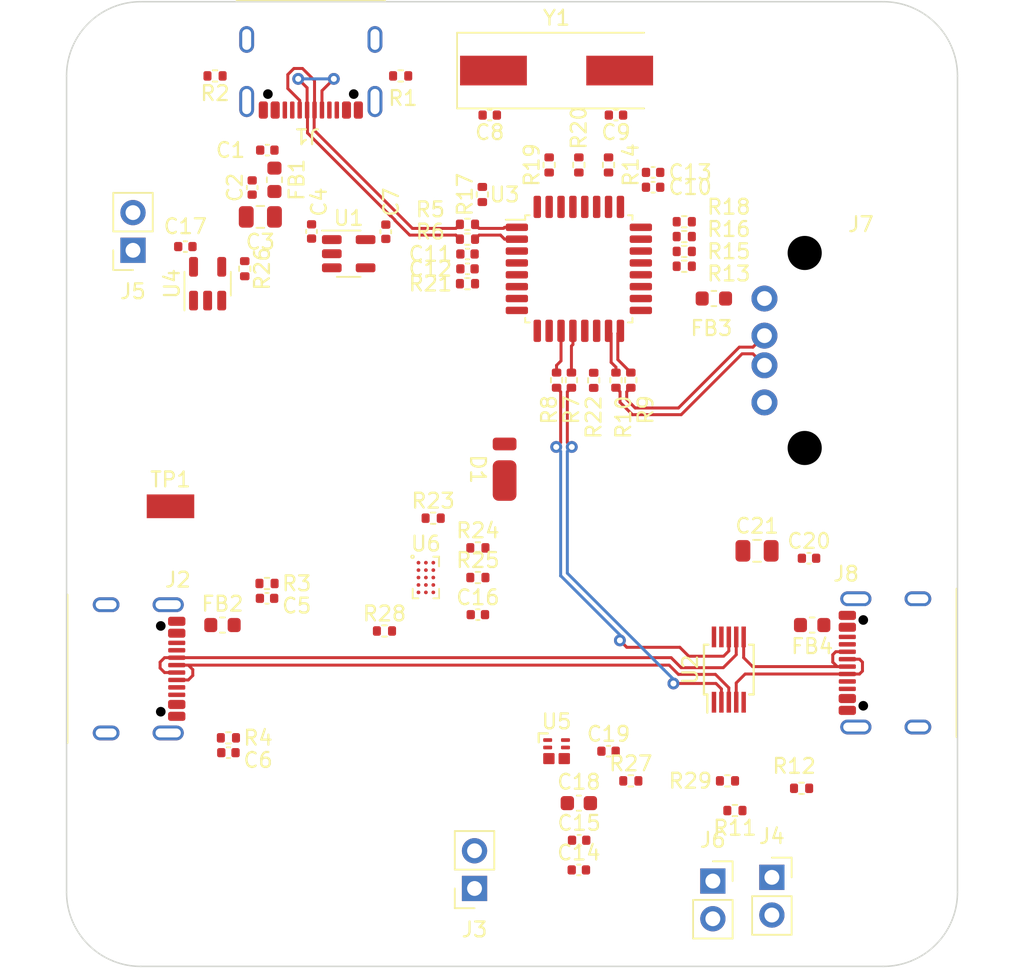
<source format=kicad_pcb>
(kicad_pcb (version 20211014) (generator pcbnew)
  (title_block (title "Debugotron - USB Switch") (date "2021-12-03") (rev "1.0") (company "Quesadillon LLC"))
  (layers (0 "F.Cu" signal) (1 "In1.Cu" signal "GND") (2 "In2.Cu" signal "PWR") (31 "B.Cu" signal) (34 "B.Paste" user) (35 "F.Paste" user) (36 "B.SilkS" user "B.Silkscreen") (37 "F.SilkS" user "F.Silkscreen") (38 "B.Mask" user) (39 "F.Mask" user) (44 "Edge.Cuts" user))
  (net 0 "")
  (net 1 "Net-(C1-Pad1)")
  (net 2 "GND")
  (net 3 "+5V")
  (net 4 "+3V3")
  (net 5 "VBUS")
  (net 6 "/usb_power/VUSB_OUT")
  (net 7 "Net-(D1-Pad2)")
  (net 8 "Net-(FB2-Pad1)")
  (net 9 "Net-(FB3-Pad2)")
  (net 10 "Net-(FB4-Pad2)")
  (net 11 "Net-(J1-PadA5)")
  (net 13 "Net-(J1-PadB5)")
  (net 15 "/CC1")
  (net 16 "/DALT_OUT+")
  (net 17 "/DALT_OUT-")
  (net 19 "/CC2")
  (net 21 "/USB_SEL")
  (net 22 "/USB_C_VBUS_EN_N")
  (net 23 "/USB_EN_N")
  (net 24 "/VUSB_EN")
  (net 25 "/D1_OUT-")
  (net 26 "/D1_OUT+")
  (net 27 "/D_OUT-")
  (net 28 "/D_OUT+")
  (net 31 "/USB Hub/D0+")
  (net 32 "/USB Hub/D0-")
  (net 33 "/USB Hub/D1+")
  (net 34 "/USB Hub/D1-")
  (net 35 "/USB Hub/D2+")
  (net 36 "/D2_OUT+")
  (net 37 "/USB Hub/D2-")
  (net 38 "/D2_OUT-")
  (net 39 "Net-(R14-Pad1)")
  (net 40 "Net-(R16-Pad1)")
  (net 41 "Net-(R18-Pad1)")
  (net 42 "/usb_power/OVLO")
  (net 53 "Net-(C8-Pad1)")
  (net 54 "Net-(C9-Pad1)")
  (net 55 "Net-(C19-Pad1)")
  (net 56 "Net-(J2-PadA5)")
  (net 57 "Net-(J2-PadB5)")
  (net 58 "Net-(R13-Pad2)")
  (net 59 "Net-(R15-Pad1)")
  (net 60 "Net-(R17-Pad2)")
  (net 61 "Net-(R19-Pad1)")
  (net 62 "Net-(R20-Pad1)")
  (net 63 "Net-(R21-Pad2)")
  (net 64 "Net-(R22-Pad2)")
  (net 65 "Net-(R28-Pad2)")
  (net 66 "/D0_IN-")
  (net 67 "/D0_IN+")
  (net 68 "Net-(R29-Pad2)")
  (footprint "Connector_PinSocket_2.54mm:PinSocket_1x02_P2.54mm_Vertical" (layer "F.Cu") (at 87.5 104)
    (fp_text reference "J4")
    (fp_text value "Conn_01x02")
  )
  (footprint "Resistor_SMD:R_0402_1005Metric" (layer "F.Cu") (at 53.5 84.2)
    (fp_text reference "R3")
    (fp_text value "27")
  )
  (footprint "Resistor_SMD:R_0402_1005Metric" (layer "F.Cu") (at 67 61)
    (fp_text reference "R6")
    (fp_text value "27")
  )
  (footprint "Resistor_SMD:R_0402_1005Metric" (layer "F.Cu") (at 77 70.5 -90)
    (fp_text reference "R10")
    (fp_text value "27")
  )
  (footprint "MountingHole:MountingHole_3.2mm_M3" (layer "F.Cu") (at 95 50)
    (fp_text reference "REF**" hide)
    (fp_text value "MountingHole_3.2mm_M3")
  )
  (footprint "Package_TO_SOT_SMD:SOT-23-5" (layer "F.Cu") (at 59 61.98)
    (fp_text reference "U1")
    (fp_text value "MIC5504-3.3YM5")
  )
  (footprint "Crystal:Crystal_SMD_HC49-SD" (layer "F.Cu") (at 73 49.64)
    (fp_text reference "Y1")
    (fp_text value "6MHz")
  )
  (footprint "Resistor_SMD:R_0402_1005Metric" (layer "F.Cu") (at 52 62.99 -90)
    (fp_text reference "R26")
    (fp_text value "10k")
  )
  (footprint "Resistor_SMD:R_0402_1005Metric" (layer "F.Cu") (at 50 50 180)
    (fp_text reference "R2")
    (fp_text value "5.1k")
  )
  (footprint "Resistor_SMD:R_0402_1005Metric" (layer "F.Cu") (at 75.5 70.51 90)
    (fp_text reference "R22")
    (fp_text value "0")
  )
  (footprint "Capacitor_SMD:C_0402_1005Metric" (layer "F.Cu") (at 67 62 180)
    (fp_text reference "C11")
    (fp_text value "1uF")
  )
  (footprint "alvarop:NX20P5090UK" (layer "F.Cu") (at 64.2 83.8)
    (fp_text reference "U6")
    (fp_text value "NX20P5090")
  )
  (footprint "Capacitor_SMD:C_0402_1005Metric" (layer "F.Cu") (at 67 63 180)
    (fp_text reference "C12")
    (fp_text value "0.1uF")
  )
  (footprint "Resistor_SMD:R_0402_1005Metric" (layer "F.Cu") (at 78 97.5)
    (fp_text reference "R27")
    (fp_text value "10k")
  )
  (footprint "MountingHole:MountingHole_3.2mm_M3" (layer "F.Cu") (at 95 104.5)
    (fp_text reference "REF**" hide)
    (fp_text value "MountingHole_3.2mm_M3")
  )
  (footprint "Inductor_SMD:L_0603_1608Metric" (layer "F.Cu") (at 83.5925 65)
    (fp_text reference "FB3")
    (fp_text value "FerriteBead")
  )
  (footprint "Resistor_SMD:R_0402_1005Metric" (layer "F.Cu") (at 64.69 79.8)
    (fp_text reference "R23")
    (fp_text value "10k")
  )
  (footprint "alvarop:CD123-B140LR" (layer "F.Cu") (at 69.5 76.5 90)
    (fp_text reference "D1")
    (fp_text value "D_Schottky")
  )
  (footprint "Connector_PinSocket_2.54mm:PinSocket_1x02_P2.54mm_Vertical" (layer "F.Cu") (at 83.525 104.25)
    (fp_text reference "J6")
    (fp_text value "Conn_01x02")
  )
  (footprint "Inductor_SMD:L_0603_1608Metric" (layer "F.Cu") (at 90.2125 87 180)
    (fp_text reference "FB4")
    (fp_text value "FerriteBead")
  )
  (footprint "Connector_PinSocket_2.54mm:PinSocket_1x02_P2.54mm_Vertical" (layer "F.Cu") (at 67.475 104.75 180)
    (fp_text reference "J3")
    (fp_text value "Conn_01x02")
  )
  (footprint "Capacitor_SMD:C_0402_1005Metric" (layer "F.Cu") (at 53.5 85.2 180)
    (fp_text reference "C5")
    (fp_text value "1uF")
  )
  (footprint "Capacitor_SMD:C_0603_1608Metric" (layer "F.Cu") (at 74.5 99)
    (fp_text reference "C18")
    (fp_text value "10uF")
  )
  (footprint "Resistor_SMD:R_0402_1005Metric" (layer "F.Cu") (at 67 60)
    (fp_text reference "R5")
    (fp_text value "27")
  )
  (footprint "Package_SO:MSOP-10_3x3mm_P0.5mm" (layer "F.Cu") (at 84.6 90 90)
    (fp_text reference "U2")
    (fp_text value "FSUSB30L10X")
  )
  (footprint "Resistor_SMD:R_0402_1005Metric" (layer "F.Cu") (at 85.01 99.5 180)
    (fp_text reference "R11")
    (fp_text value "10k")
  )
  (footprint "Resistor_SMD:R_0402_1005Metric" (layer "F.Cu") (at 84.51 97.5)
    (fp_text reference "R29")
    (fp_text value "100")
  )
  (footprint "Resistor_SMD:R_0402_1005Metric" (layer "F.Cu") (at 74.5 56 90)
    (fp_text reference "R20")
    (fp_text value "1.5k")
  )
  (footprint "Resistor_SMD:R_0402_1005Metric" (layer "F.Cu") (at 62.5 50)
    (fp_text reference "R1")
    (fp_text value "5.1k")
  )
  (footprint "Capacitor_SMD:C_0402_1005Metric" (layer "F.Cu") (at 79.5 56.5)
    (fp_text reference "C13")
    (fp_text value "0.1uF")
  )
  (footprint "Resistor_SMD:R_0402_1005Metric" (layer "F.Cu") (at 81.6 62.825 180)
    (fp_text reference "R13")
    (fp_text value "0")
  )
  (footprint "alvarop:RCWCTE" (layer "F.Cu") (at 47 79)
    (fp_text reference "TP1")
    (fp_text value "GND")
  )
  (footprint "Resistor_SMD:R_0402_1005Metric" (layer "F.Cu") (at 81.6 60.825)
    (fp_text reference "R16")
    (fp_text value "0")
  )
  (footprint "Resistor_SMD:R_0402_1005Metric" (layer "F.Cu") (at 81.6 59.825)
    (fp_text reference "R18")
    (fp_text value "0")
  )
  (footprint "Resistor_SMD:R_0402_1005Metric" (layer "F.Cu") (at 61.41 87.4)
    (fp_text reference "R28")
    (fp_text value "10k")
  )
  (footprint "Resistor_SMD:R_0402_1005Metric" (layer "F.Cu") (at 78 70.5 -90)
    (fp_text reference "R9")
    (fp_text value "27")
  )
  (footprint "Capacitor_SMD:C_0402_1005Metric" (layer "F.Cu") (at 48 61.5 180)
    (fp_text reference "C17")
    (fp_text value "1uF")
  )
  (footprint "Capacitor_SMD:C_0402_1005Metric" (layer "F.Cu") (at 52.5 57.52 90)
    (fp_text reference "C2")
    (fp_text value "0.1uF")
  )
  (footprint "Capacitor_SMD:C_0402_1005Metric" (layer "F.Cu") (at 79.5 57.5)
    (fp_text reference "C10")
    (fp_text value "1uF")
  )
  (footprint "Resistor_SMD:R_0402_1005Metric" (layer "F.Cu") (at 81.6 61.825)
    (fp_text reference "R15")
    (fp_text value "0")
  )
  (footprint "Resistor_SMD:R_0402_1005Metric" (layer "F.Cu") (at 68 57.99 90)
    (fp_text reference "R17")
    (fp_text value "1.5k")
  )
  (footprint "Capacitor_SMD:C_0402_1005Metric" (layer "F.Cu") (at 74.5 103.5)
    (fp_text reference "C14")
    (fp_text value "1uF")
  )
  (footprint "Package_TO_SOT_SMD:SOT-23-5" (layer "F.Cu") (at 49.5 64 90)
    (fp_text reference "U4")
    (fp_text value "AP22804AW5")
  )
  (footprint "Connector_PinSocket_2.54mm:PinSocket_1x02_P2.54mm_Vertical" (layer "F.Cu") (at 44.475 61.75 180)
    (fp_text reference "J5")
    (fp_text value "Conn_01x02")
  )
  (footprint "Resistor_SMD:R_0402_1005Metric" (layer "F.Cu") (at 89.5 98 180)
    (fp_text reference "R12")
    (fp_text value "10k")
  )
  (footprint "Capacitor_SMD:C_0402_1005Metric" (layer "F.Cu") (at 90 82.5)
    (fp_text reference "C20")
    (fp_text value "1uF")
  )
  (footprint "Capacitor_SMD:C_0402_1005Metric" (layer "F.Cu") (at 76.5 95.5)
    (fp_text reference "C19")
    (fp_text value "C_Small")
  )
  (footprint "Inductor_SMD:L_0603_1608Metric" (layer "F.Cu") (at 54 57 -90)
    (fp_text reference "FB1")
    (fp_text value "FerriteBead")
  )
  (footprint "Resistor_SMD:R_0402_1005Metric" (layer "F.Cu") (at 67 64)
    (fp_text reference "R21")
    (fp_text value "10k")
  )
  (footprint "Capacitor_SMD:C_0402_1005Metric" (layer "F.Cu") (at 67.7 86.3)
    (fp_text reference "C16")
    (fp_text value "1uF")
  )
  (footprint "Resistor_SMD:R_0402_1005Metric" (layer "F.Cu") (at 67.7 83.8)
    (fp_text reference "R25")
    (fp_text value "R_Small")
  )
  (footprint "Capacitor_SMD:C_0402_1005Metric" (layer "F.Cu") (at 61.5 60.5 90)
    (fp_text reference "C7")
    (fp_text value "1uF")
  )
  (footprint "Resistor_SMD:R_0402_1005Metric" (layer "F.Cu") (at 72.5 56 90)
    (fp_text reference "R19")
    (fp_text value "0")
  )
  (footprint "Resistor_SMD:R_0402_1005Metric" (layer "F.Cu") (at 67.7 81.8)
    (fp_text reference "R24")
    (fp_text value "R_Small")
  )
  (footprint "Capacitor_SMD:C_0402_1005Metric" (layer "F.Cu") (at 68.5 52.64 180)
    (fp_text reference "C8")
    (fp_text value "33pF")
  )
  (footprint "Capacitor_SMD:C_0402_1005Metric" (layer "F.Cu") (at 77 52.64 180)
    (fp_text reference "C9")
    (fp_text value "33pF")
  )
  (footprint "MountingHole:MountingHole_3.2mm_M3" (layer "F.Cu") (at 45 50)
    (fp_text reference "REF**" hide)
    (fp_text value "MountingHole_3.2mm_M3")
  )
  (footprint "Package_QFP:LQFP-32_7x7mm_P0.8mm" (layer "F.Cu") (at 74.5 63)
    (fp_text reference "U3")
    (fp_text value "TUSB2036")
  )
  (footprint "Capacitor_SMD:C_0805_2012Metric" (layer "F.Cu") (at 53.05 59.5 180)
    (fp_text reference "C3")
    (fp_text value "4.7uF")
  )
  (footprint "Resistor_SMD:R_0402_1005Metric" (layer "F.Cu") (at 74 70.5 -90)
    (fp_text reference "R7")
    (fp_text value "27")
  )
  (footprint "Capacitor_SMD:C_0402_1005Metric" (layer "F.Cu") (at 56.5 60.48 90)
    (fp_text reference "C4")
    (fp_text value "1uF")
  )
  (footprint "Capacitor_SMD:C_0402_1005Metric" (layer "F.Cu") (at 53.52 55 180)
    (fp_text reference "C1")
    (fp_text value "0.01uF")
  )
  (footprint "Capacitor_SMD:C_0805_2012Metric" (layer "F.Cu") (at 86.5 82)
    (fp_text reference "C21")
    (fp_text value "22uF")
  )
  (footprint "Capacitor_SMD:C_0402_1005Metric" (layer "F.Cu") (at 74.52 101.5)
    (fp_text reference "C15")
    (fp_text value "0.1uF")
  )
  (footprint "alvarop:FC-TDFN-8" (layer "F.Cu") (at 73 95.5)
    (fp_text reference "U5")
    (fp_text value "SLG7NT402V")
  )
  (footprint "alvarop:USB4105-GF-A" (layer "F.Cu") (at 47.42 89.95 -90)
    (fp_text reference "J2")
    (fp_text value "alt_source_usb")
  )
  (footprint "Resistor_SMD:R_0402_1005Metric" (layer "F.Cu") (at 50.9 94.6)
    (fp_text reference "R4")
    (fp_text value "27")
  )
  (footprint "alvarop:USB4105-GF-A" (layer "F.Cu") (at 56.45 52.3 180)
    (fp_text reference "J1")
    (fp_text value "host_usb")
  )
  (footprint "MountingHole:MountingHole_3.2mm_M3" (layer "F.Cu") (at 45 104.5)
    (fp_text reference "REF**" hide)
    (fp_text value "MountingHole_3.2mm_M3")
  )
  (footprint "alvarop:USB4105-GF-A" (layer "F.Cu") (at 92.58 89.55 90)
    (fp_text reference "J8")
    (fp_text value "target_usb")
  )
  (footprint "alvarop:UE27ACX410X" (layer "F.Cu") (at 87 68.5 90)
    (fp_text reference "J7")
    (fp_text value "extra_usb")
  )
  (footprint "Inductor_SMD:L_0603_1608Metric" (layer "F.Cu") (at 50.5 87)
    (fp_text reference "FB2")
    (fp_text value "FerriteBead")
  )
  (footprint "Resistor_SMD:R_0402_1005Metric" (layer "F.Cu") (at 76.5 56 90)
    (fp_text reference "R14")
    (fp_text value "0")
  )
  (footprint "Resistor_SMD:R_0402_1005Metric" (layer "F.Cu") (at 73 70.5 -90)
    (fp_text reference "R8")
    (fp_text value "27")
  )
  (footprint "Capacitor_SMD:C_0402_1005Metric" (layer "F.Cu") (at 50.9 95.6 180)
    (fp_text reference "C6")
    (fp_text value "1uF")
  )
  (gr_arc (start 100 105) (mid 98.535534 108.535534) (end 95 110) (layer "Edge.Cuts") (width 0.1))
  (gr_line (start 40 50) (end 40 105) (layer "Edge.Cuts") (width 0.1))
  (gr_line (start 100 105) (end 100 50) (layer "Edge.Cuts") (width 0.1))
  (gr_line (start 95 45) (end 45 45) (layer "Edge.Cuts") (width 0.1))
  (gr_line (start 45 110) (end 95 110) (layer "Edge.Cuts") (width 0.1))
  (gr_arc (start 40 50) (mid 41.464466 46.464466) (end 45 45) (layer "Edge.Cuts") (width 0.1))
  (gr_arc (start 95 45) (mid 98.535534 46.464466) (end 100 50) (layer "Edge.Cuts") (width 0.1))
  (gr_arc (start 45 110) (mid 41.464466 108.535534) (end 40 105) (layer "Edge.Cuts") (width 0.1))
  (segment (start 48.5 90) (end 48.2 89.7) (width 0.2) (layer "F.Cu") (net 16))
  (segment (start 83.7 90.325) (end 84.6 91.225) (width 0.2) (layer "F.Cu") (net 16))
  (segment (start 47.42 89.7) (end 48.2 89.7) (width 0.2) (layer "F.Cu") (net 16))
  (segment (start 48.5 90.4) (end 48.5 90) (width 0.2) (layer "F.Cu") (net 16))
  (segment (start 80.5818 89.7) (end 81.2068 90.325) (width 0.2) (layer "F.Cu") (net 16))
  (segment (start 84.6 91.225) (end 84.6 92.2) (width 0.2) (layer "F.Cu") (net 16))
  (segment (start 81.2068 90.325) (end 83.7 90.325) (width 0.2) (layer "F.Cu") (net 16))
  (segment (start 48.2 89.7) (end 80.5818 89.7) (width 0.2) (layer "F.Cu") (net 16))
  (segment (start 48.2 90.7) (end 48.5 90.4) (width 0.2) (layer "F.Cu") (net 16))
  (segment (start 47.42 90.7) (end 48.2 90.7) (width 0.2) (layer "F.Cu") (net 16))
  (segment (start 81.3932 89.875) (end 84.225 89.875) (width 0.2) (layer "F.Cu") (net 17))
  (segment (start 84.225 89.875) (end 85.1 89) (width 0.2) (layer "F.Cu") (net 17))
  (segment (start 47.42 89.2) (end 80.7182 89.2) (width 0.2) (layer "F.Cu") (net 17))
  (segment (start 47.42 89.2) (end 46.6 89.2) (width 0.2) (layer "F.Cu") (net 17))
  (segment (start 46.6 90.2) (end 47.42 90.2) (width 0.2) (layer "F.Cu") (net 17))
  (segment (start 46.6 89.2) (end 46.3 89.5) (width 0.2) (layer "F.Cu") (net 17))
  (segment (start 46.3 89.9) (end 46.6 90.2) (width 0.2) (layer "F.Cu") (net 17))
  (segment (start 85.1 89) (end 85.1 87.8) (width 0.2) (layer "F.Cu") (net 17))
  (segment (start 80.7182 89.2) (end 81.3932 89.875) (width 0.2) (layer "F.Cu") (net 17))
  (segment (start 46.3 89.5) (end 46.3 89.9) (width 0.2) (layer "F.Cu") (net 17))
  (segment (start 81.9 89.1) (end 84.249022 89.1) (width 0.2) (layer "F.Cu") (net 25))
  (segment (start 73 71.01) (end 73.274999 71.284999) (width 0.2) (layer "F.Cu") (net 25))
  (segment (start 73.274999 71.284999) (end 73.274999 74.700001) (width 0.2) (layer "F.Cu") (net 25))
  (segment (start 84.6 88.749022) (end 84.6 87.8) (width 0.2) (layer "F.Cu") (net 25))
  (segment (start 73.274999 74.700001) (end 72.975 75) (width 0.2) (layer "F.Cu") (net 25))
  (segment (start 81.3 88.5) (end 81.9 89.1) (width 0.2) (layer "F.Cu") (net 25))
  (segment (start 77.728956 88.5) (end 81.3 88.5) (width 0.2) (layer "F.Cu") (net 25))
  (segment (start 77.264478 88.035522) (end 77.728956 88.5) (width 0.2) (layer "F.Cu") (net 25))
  (segment (start 84.249022 89.1) (end 84.6 88.749022) (width 0.2) (layer "F.Cu") (net 25))
  (via (at 77.264478 88.035522) (size 0.8) (drill 0.4) (layers "F.Cu" "B.Cu") (net 25))
  (via (at 72.975 75) (size 0.8) (drill 0.4) (layers "F.Cu" "B.Cu") (net 25))
  (segment (start 72.975 75) (end 73.274999 75.299999) (width 0.2) (layer "B.Cu") (net 25))
  (segment (start 73.293199 83.693199) (end 77.3 87.7) (width 0.2) (layer "B.Cu") (net 25))
  (segment (start 77.3 88) (end 77.264478 88.035522) (width 0.2) (layer "B.Cu") (net 25))
  (segment (start 73.274999 83.693199) (end 73.293199 83.693199) (width 0.2) (layer "B.Cu") (net 25))
  (segment (start 77.3 87.7) (end 77.3 88) (width 0.2) (layer "B.Cu") (net 25))
  (segment (start 73.274999 75.299999) (end 73.274999 83.693199) (width 0.2) (layer "B.Cu") (net 25))
  (segment (start 73.725001 71.284999) (end 73.725001 74.700001) (width 0.2) (layer "F.Cu") (net 26))
  (segment (start 83.737534 90.937534) (end 84.1 91.3) (width 0.2) (layer "F.Cu") (net 26))
  (segment (start 74 71.01) (end 73.725001 71.284999) (width 0.2) (layer "F.Cu") (net 26))
  (segment (start 80.869008 90.937534) (end 83.737534 90.937534) (width 0.2) (layer "F.Cu") (net 26))
  (segment (start 73.725001 74.700001) (end 74.025 75) (width 0.2) (layer "F.Cu") (net 26))
  (segment (start 84.1 91.3) (end 84.1 92.2) (width 0.2) (layer "F.Cu") (net 26))
  (via (at 74.025 75) (size 0.8) (drill 0.4) (layers "F.Cu" "B.Cu") (net 26))
  (via (at 80.869008 90.937534) (size 0.8) (drill 0.4) (layers "F.Cu" "B.Cu") (net 26))
  (segment (start 74.025 75) (end 73.725001 75.299999) (width 0.2) (layer "B.Cu") (net 26))
  (segment (start 80.869008 90.650808) (end 80.869008 90.937534) (width 0.2) (layer "B.Cu") (net 26))
  (segment (start 73.725001 75.299999) (end 73.725001 83.506801) (width 0.2) (layer "B.Cu") (net 26))
  (segment (start 80.2091 89.9909) (end 80.869008 90.650808) (width 0.2) (layer "B.Cu") (net 26))
  (segment (start 73.725001 83.506801) (end 80.2091 89.9909) (width 0.2) (layer "B.Cu") (net 26))
  (segment (start 91.6 89.5) (end 91.9 89.8) (width 0.2) (layer "F.Cu") (net 27))
  (segment (start 92.58 89.8) (end 91.9 89.8) (width 0.2) (layer "F.Cu") (net 27))
  (segment (start 92.58 88.8) (end 91.8 88.8) (width 0.2) (layer "F.Cu") (net 27))
  (segment (start 91.8 88.8) (end 91.6 89) (width 0.2) (layer "F.Cu") (net 27))
  (segment (start 86.2 89.8) (end 85.6 89.2) (width 0.2) (layer "F.Cu") (net 27))
  (segment (start 91.9 89.8) (end 86.2 89.8) (width 0.2) (layer "F.Cu") (net 27))
  (segment (start 91.6 89) (end 91.6 89.5) (width 0.2) (layer "F.Cu") (net 27))
  (segment (start 85.6 89.2) (end 85.6 87.8) (width 0.2) (layer "F.Cu") (net 27))
  (segment (start 93.6 89.5) (end 93.4 89.3) (width 0.2) (layer "F.Cu") (net 28))
  (segment (start 93.4 89.3) (end 92.58 89.3) (width 0.2) (layer "F.Cu") (net 28))
  (segment (start 85.7 90.3) (end 85.1 90.9) (width 0.2) (layer "F.Cu") (net 28))
  (segment (start 92.58 90.3) (end 85.7 90.3) (width 0.2) (layer "F.Cu") (net 28))
  (segment (start 93.4 90.3) (end 93.6 90.1) (width 0.2) (layer "F.Cu") (net 28))
  (segment (start 92.58 90.3) (end 93.4 90.3) (width 0.2) (layer "F.Cu") (net 28))
  (segment (start 93.6 90.1) (end 93.6 89.5) (width 0.2) (layer "F.Cu") (net 28))
  (segment (start 85.1 90.9) (end 85.1 92.2) (width 0.2) (layer "F.Cu") (net 28))
  (segment (start 70.325 60.2) (end 69.5 60.2) (width 0.2) (layer "F.Cu") (net 31))
  (segment (start 69.425001 60.274999) (end 67.784999 60.274999) (width 0.2) (layer "F.Cu") (net 31))
  (segment (start 67.784999 60.274999) (end 67.51 60) (width 0.2) (layer "F.Cu") (net 31))
  (segment (start 69.5 60.2) (end 69.425001 60.274999) (width 0.2) (layer "F.Cu") (net 31))
  (segment (start 69.5 61) (end 69.225001 60.725001) (width 0.2) (layer "F.Cu") (net 32))
  (segment (start 70.325 61) (end 69.5 61) (width 0.2) (layer "F.Cu") (net 32))
  (segment (start 67.784999 60.725001) (end 67.51 61) (width 0.2) (layer "F.Cu") (net 32))
  (segment (start 69.225001 60.725001) (end 67.784999 60.725001) (width 0.2) (layer "F.Cu") (net 32))
  (segment (start 74 68.2) (end 74 69.99) (width 0.2) (layer "F.Cu") (net 33))
  (segment (start 74.1 68.1) (end 74 68.2) (width 0.2) (layer "F.Cu") (net 33))
  (segment (start 74.1 67.175) (end 74.1 68.1) (width 0.2) (layer "F.Cu") (net 33))
  (segment (start 73.3 67.175) (end 73.3 69.2) (width 0.2) (layer "F.Cu") (net 34))
  (segment (start 73 69.5) (end 73 69.99) (width 0.2) (layer "F.Cu") (net 34))
  (segment (start 73.3 69.2) (end 73 69.5) (width 0.2) (layer "F.Cu") (net 34))
  (segment (start 77.125001 69.115001) (end 78 69.99) (width 0.2) (layer "F.Cu") (net 35))
  (segment (start 77.125001 67.349999) (end 77.125001 69.115001) (width 0.2) (layer "F.Cu") (net 35))
  (segment (start 77.3 67.175) (end 77.125001 67.349999) (width 0.2) (layer "F.Cu") (net 35))
  (segment (start 77.725001 71.284999) (end 77.725001 71.806801) (width 0.2) (layer "F.Cu") (net 36))
  (segment (start 78.2932 72.375) (end 81.2068 72.375) (width 0.2) (layer "F.Cu") (net 36))
  (segment (start 85.306801 68.274999) (end 86.225001 68.274999) (width 0.2) (layer "F.Cu") (net 36))
  (segment (start 77.725001 71.806801) (end 78.2932 72.375) (width 0.2) (layer "F.Cu") (net 36))
  (segment (start 81.2068 72.375) (end 85.306801 68.274999) (width 0.2) (layer "F.Cu") (net 36))
  (segment (start 78 71.01) (end 77.725001 71.284999) (width 0.2) (layer "F.Cu") (net 36))
  (segment (start 86.225001 68.274999) (end 87 67.5) (width 0.2) (layer "F.Cu") (net 36))
  (segment (start 76.674999 67.349999) (end 76.674999 69.301396) (width 0.2) (layer "F.Cu") (net 37))
  (segment (start 77 69.626397) (end 77 69.99) (width 0.2) (layer "F.Cu") (net 37))
  (segment (start 76.674999 69.301396) (end 77 69.626397) (width 0.2) (layer "F.Cu") (net 37))
  (segment (start 76.5 67.175) (end 76.674999 67.349999) (width 0.2) (layer "F.Cu") (net 37))
  (segment (start 78.1068 72.825) (end 81.3932 72.825) (width 0.2) (layer "F.Cu") (net 38))
  (segment (start 77.274999 71.284999) (end 77.274999 71.993199) (width 0.2) (layer "F.Cu") (net 38))
  (segment (start 85.493199 68.725001) (end 86.225001 68.725001) (width 0.2) (layer "F.Cu") (net 38))
  (segment (start 77.274999 71.993199) (end 78.1068 72.825) (width 0.2) (layer "F.Cu") (net 38))
  (segment (start 77 71.01) (end 77.274999 71.284999) (width 0.2) (layer "F.Cu") (net 38))
  (segment (start 86.225001 68.725001) (end 87 69.5) (width 0.2) (layer "F.Cu") (net 38))
  (segment (start 81.3932 72.825) (end 85.493199 68.725001) (width 0.2) (layer "F.Cu") (net 38))
  (segment (start 61.852056 59.44048) (end 62.10952 59.697944) (width 0.2) (layer "F.Cu") (net 66))
  (segment (start 62.10952 59.72772) (end 63.106801 60.725001) (width 0.2) (layer "F.Cu") (net 66))
  (segment (start 56.224999 52.324999) (end 56.224999 53.843199) (width 0.2) (layer "F.Cu") (net 66))
  (segment (start 56.2 50.8) (end 55.6 50.2) (width 0.2) (layer "F.Cu") (net 66))
  (segment (start 62.10952 59.697944) (end 62.10952 59.72772) (width 0.2) (layer "F.Cu") (net 66))
  (segment (start 56.2 52.3) (end 56.2 50.8) (width 0.2) (layer "F.Cu") (net 66))
  (segment (start 56.224999 53.843199) (end 61.82228 59.44048) (width 0.2) (layer "F.Cu") (net 66))
  (segment (start 66.215001 60.725001) (end 66.49 61) (width 0.2) (layer "F.Cu") (net 66))
  (segment (start 57.2 51) (end 57.2 52.3) (width 0.2) (layer "F.Cu") (net 66))
  (segment (start 63.106801 60.725001) (end 66.215001 60.725001) (width 0.2) (layer "F.Cu") (net 66))
  (segment (start 58 50.2) (end 57.2 51) (width 0.2) (layer "F.Cu") (net 66))
  (segment (start 56.2 52.3) (end 56.224999 52.324999) (width 0.2) (layer "F.Cu") (net 66))
  (segment (start 61.82228 59.44048) (end 61.852056 59.44048) (width 0.2) (layer "F.Cu") (net 66))
  (via (at 55.6 50.2) (size 0.8) (drill 0.4) (layers "F.Cu" "B.Cu") (net 66))
  (via (at 58 50.2) (size 0.8) (drill 0.4) (layers "F.Cu" "B.Cu") (net 66))
  (segment (start 55.6 50.2) (end 58 50.2) (width 0.2) (layer "B.Cu") (net 66))
  (segment (start 55.7 51.64952) (end 55.7 52.3) (width 0.2) (layer "F.Cu") (net 67))
  (segment (start 55.889259 49.5) (end 55.310741 49.5) (width 0.2) (layer "F.Cu") (net 67))
  (segment (start 56.7 52.3) (end 56.675001 52.324999) (width 0.2) (layer "F.Cu") (net 67))
  (segment (start 54.9 50.84952) (end 55.7 51.64952) (width 0.2) (layer "F.Cu") (net 67))
  (segment (start 54.9 49.910741) (end 54.9 50.84952) (width 0.2) (layer "F.Cu") (net 67))
  (segment (start 66.215001 60.274999) (end 66.49 60) (width 0.2) (layer "F.Cu") (net 67))
  (segment (start 56.7 52.3) (end 56.7 50.310741) (width 0.2) (layer "F.Cu") (net 67))
  (segment (start 56.675001 52.324999) (end 56.675001 53.656801) (width 0.2) (layer "F.Cu") (net 67))
  (segment (start 56.7 50.310741) (end 55.889259 49.5) (width 0.2) (layer "F.Cu") (net 67))
  (segment (start 63.293199 60.274999) (end 66.215001 60.274999) (width 0.2) (layer "F.Cu") (net 67))
  (segment (start 55.310741 49.5) (end 54.9 49.910741) (width 0.2) (layer "F.Cu") (net 67))
  (segment (start 56.675001 53.656801) (end 63.293199 60.274999) (width 0.2) (layer "F.Cu") (net 67))
)
</source>
